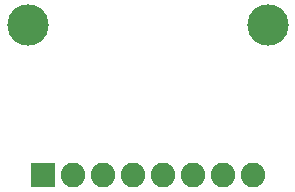
<source format=gbr>
G04 EAGLE Gerber RS-274X export*
G75*
%MOMM*%
%FSLAX34Y34*%
%LPD*%
%INSoldermask Bottom*%
%IPPOS*%
%AMOC8*
5,1,8,0,0,1.08239X$1,22.5*%
G01*
%ADD10R,2.082800X2.082800*%
%ADD11C,2.082800*%
%ADD12C,3.505200*%


D10*
X38100Y12700D03*
D11*
X63500Y12700D03*
X88900Y12700D03*
X114300Y12700D03*
X139700Y12700D03*
X165100Y12700D03*
X190500Y12700D03*
X215900Y12700D03*
D12*
X25400Y139700D03*
X228600Y139700D03*
M02*

</source>
